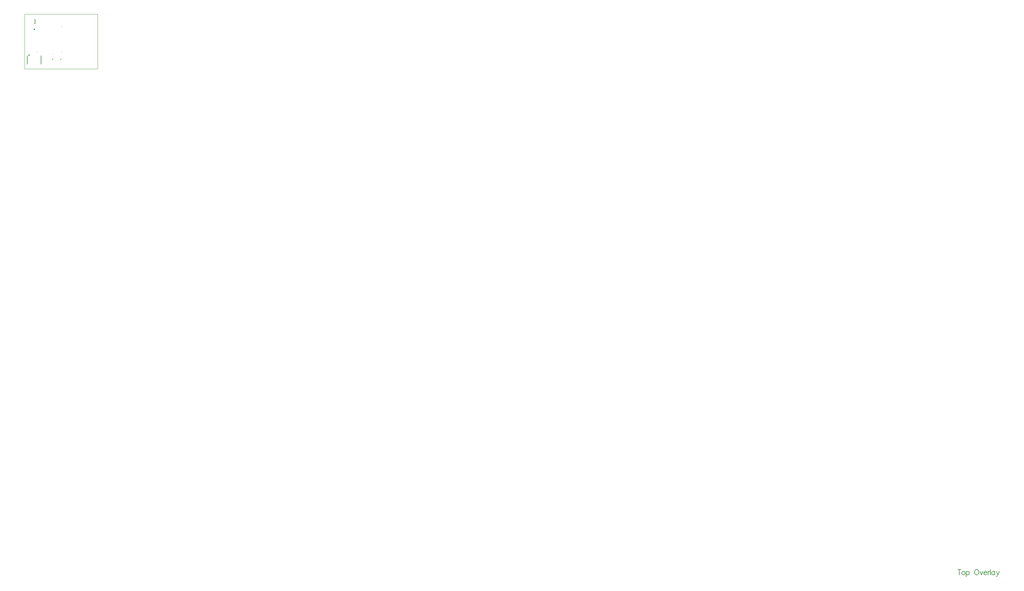
<source format=gto>
G04*
G04 #@! TF.GenerationSoftware,Altium Limited,Altium Designer,22.4.2 (48)*
G04*
G04 Layer_Color=65535*
%FSLAX24Y24*%
%MOIN*%
G70*
G04*
G04 #@! TF.SameCoordinates,234F8549-8FEE-4F9A-8B0D-93BDF39202AA*
G04*
G04*
G04 #@! TF.FilePolarity,Positive*
G04*
G01*
G75*
%ADD10C,0.0098*%
%ADD11C,0.0080*%
%ADD12C,0.0079*%
%ADD13C,0.0050*%
%ADD14C,0.0059*%
%ADD15C,0.0039*%
D10*
X1133Y4410D02*
G03*
X1133Y4410I-49J0D01*
G01*
D11*
X3124Y1600D02*
G03*
X3124Y1600I-10J0D01*
G01*
D12*
X1376Y1942D02*
X1376Y1932D01*
X1366Y1942D02*
X1376Y1942D01*
X4132Y1942D02*
X4142Y1942D01*
X4132Y1942D02*
X4132Y1932D01*
X4132Y4698D02*
X4132Y4708D01*
X4132Y4698D02*
X4142Y4698D01*
X1366Y4698D02*
X1376Y4698D01*
X1376Y4708D01*
X1154Y5034D02*
X1154Y5507D01*
X1110Y5507D02*
X1154Y5507D01*
X1110Y5034D02*
X1154Y5034D01*
X473Y1510D02*
X473Y1576D01*
X538Y1576D01*
X538Y1510D01*
X473Y1510D01*
D13*
X292Y528D02*
X292Y1472D01*
X1828Y528D02*
X1828Y1472D01*
X3133Y1027D02*
X3133Y1133D01*
X4031Y1031D02*
X4031Y1133D01*
D14*
X104017Y-55740D02*
X104017Y-56330D01*
X103820Y-55740D02*
X104214Y-55740D01*
X104424Y-55936D02*
X104368Y-55964D01*
X104312Y-56021D01*
X104284Y-56105D01*
X104284Y-56161D01*
X104312Y-56246D01*
X104368Y-56302D01*
X104424Y-56330D01*
X104509Y-56330D01*
X104565Y-56302D01*
X104621Y-56246D01*
X104649Y-56161D01*
X104649Y-56105D01*
X104621Y-56021D01*
X104565Y-55964D01*
X104509Y-55936D01*
X104424Y-55936D01*
X104779Y-55936D02*
X104779Y-56527D01*
X104779Y-56021D02*
X104835Y-55964D01*
X104891Y-55936D01*
X104976Y-55936D01*
X105032Y-55964D01*
X105088Y-56021D01*
X105116Y-56105D01*
X105116Y-56161D01*
X105088Y-56246D01*
X105032Y-56302D01*
X104976Y-56330D01*
X104891Y-56330D01*
X104835Y-56302D01*
X104779Y-56246D01*
X105875Y-55740D02*
X105819Y-55768D01*
X105763Y-55824D01*
X105735Y-55880D01*
X105707Y-55964D01*
X105707Y-56105D01*
X105735Y-56189D01*
X105763Y-56246D01*
X105819Y-56302D01*
X105875Y-56330D01*
X105988Y-56330D01*
X106044Y-56302D01*
X106100Y-56246D01*
X106128Y-56189D01*
X106156Y-56105D01*
X106156Y-55964D01*
X106128Y-55880D01*
X106100Y-55824D01*
X106044Y-55768D01*
X105988Y-55740D01*
X105875Y-55740D01*
X106294Y-55936D02*
X106463Y-56330D01*
X106632Y-55936D02*
X106463Y-56330D01*
X106727Y-56105D02*
X107065Y-56105D01*
X107065Y-56049D01*
X107036Y-55993D01*
X107008Y-55964D01*
X106952Y-55936D01*
X106868Y-55936D01*
X106811Y-55964D01*
X106755Y-56021D01*
X106727Y-56105D01*
X106727Y-56161D01*
X106755Y-56246D01*
X106811Y-56302D01*
X106868Y-56330D01*
X106952Y-56330D01*
X107008Y-56302D01*
X107065Y-56246D01*
X107191Y-55936D02*
X107191Y-56330D01*
X107191Y-56105D02*
X107219Y-56021D01*
X107275Y-55964D01*
X107332Y-55936D01*
X107416Y-55936D01*
X107469Y-55740D02*
X107469Y-56330D01*
X107930Y-55936D02*
X107930Y-56330D01*
X107930Y-56021D02*
X107874Y-55964D01*
X107818Y-55936D01*
X107734Y-55936D01*
X107677Y-55964D01*
X107621Y-56021D01*
X107593Y-56105D01*
X107593Y-56161D01*
X107621Y-56246D01*
X107677Y-56302D01*
X107734Y-56330D01*
X107818Y-56330D01*
X107874Y-56302D01*
X107930Y-56246D01*
X108116Y-55936D02*
X108285Y-56330D01*
X108453Y-55936D02*
X108285Y-56330D01*
X108229Y-56442D01*
X108172Y-56499D01*
X108116Y-56527D01*
X108088Y-56527D01*
D15*
X0Y0D02*
X0Y6102D01*
X0Y0D02*
X8150Y0D01*
X8150Y6102D01*
X0Y6102D02*
X8150Y6102D01*
M02*

</source>
